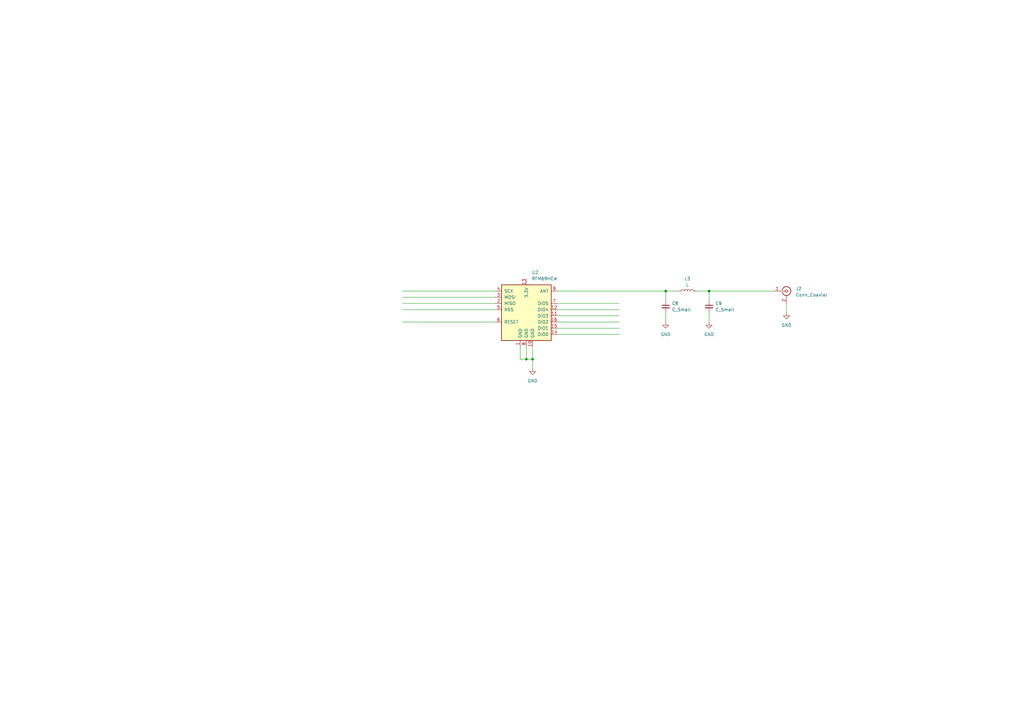
<source format=kicad_sch>
(kicad_sch
	(version 20231120)
	(generator "eeschema")
	(generator_version "8.0")
	(uuid "83f16e5a-244e-4131-82d6-5373311ea401")
	(paper "A3")
	(title_block
		(title "LoRa Meshtastic Radio")
		(rev "Proto")
		(company "BB Designs")
		(comment 1 "Brendan Bleker")
	)
	(lib_symbols
		(symbol "Connector:Conn_Coaxial"
			(pin_names
				(offset 1.016) hide)
			(exclude_from_sim no)
			(in_bom yes)
			(on_board yes)
			(property "Reference" "J"
				(at 0.254 3.048 0)
				(effects
					(font
						(size 1.27 1.27)
					)
				)
			)
			(property "Value" "Conn_Coaxial"
				(at 2.921 0 90)
				(effects
					(font
						(size 1.27 1.27)
					)
				)
			)
			(property "Footprint" ""
				(at 0 0 0)
				(effects
					(font
						(size 1.27 1.27)
					)
					(hide yes)
				)
			)
			(property "Datasheet" " ~"
				(at 0 0 0)
				(effects
					(font
						(size 1.27 1.27)
					)
					(hide yes)
				)
			)
			(property "Description" "coaxial connector (BNC, SMA, SMB, SMC, Cinch/RCA, LEMO, ...)"
				(at 0 0 0)
				(effects
					(font
						(size 1.27 1.27)
					)
					(hide yes)
				)
			)
			(property "ki_keywords" "BNC SMA SMB SMC LEMO coaxial connector CINCH RCA MCX MMCX U.FL UMRF"
				(at 0 0 0)
				(effects
					(font
						(size 1.27 1.27)
					)
					(hide yes)
				)
			)
			(property "ki_fp_filters" "*BNC* *SMA* *SMB* *SMC* *Cinch* *LEMO* *UMRF* *MCX* *U.FL*"
				(at 0 0 0)
				(effects
					(font
						(size 1.27 1.27)
					)
					(hide yes)
				)
			)
			(symbol "Conn_Coaxial_0_1"
				(arc
					(start -1.778 -0.508)
					(mid 0.2311 -1.8066)
					(end 1.778 0)
					(stroke
						(width 0.254)
						(type default)
					)
					(fill
						(type none)
					)
				)
				(polyline
					(pts
						(xy -2.54 0) (xy -0.508 0)
					)
					(stroke
						(width 0)
						(type default)
					)
					(fill
						(type none)
					)
				)
				(polyline
					(pts
						(xy 0 -2.54) (xy 0 -1.778)
					)
					(stroke
						(width 0)
						(type default)
					)
					(fill
						(type none)
					)
				)
				(circle
					(center 0 0)
					(radius 0.508)
					(stroke
						(width 0.2032)
						(type default)
					)
					(fill
						(type none)
					)
				)
				(arc
					(start 1.778 0)
					(mid 0.2099 1.8101)
					(end -1.778 0.508)
					(stroke
						(width 0.254)
						(type default)
					)
					(fill
						(type none)
					)
				)
			)
			(symbol "Conn_Coaxial_1_1"
				(pin passive line
					(at -5.08 0 0)
					(length 2.54)
					(name "In"
						(effects
							(font
								(size 1.27 1.27)
							)
						)
					)
					(number "1"
						(effects
							(font
								(size 1.27 1.27)
							)
						)
					)
				)
				(pin passive line
					(at 0 -5.08 90)
					(length 2.54)
					(name "Ext"
						(effects
							(font
								(size 1.27 1.27)
							)
						)
					)
					(number "2"
						(effects
							(font
								(size 1.27 1.27)
							)
						)
					)
				)
			)
		)
		(symbol "Device:C_Small"
			(pin_numbers hide)
			(pin_names
				(offset 0.254) hide)
			(exclude_from_sim no)
			(in_bom yes)
			(on_board yes)
			(property "Reference" "C"
				(at 0.254 1.778 0)
				(effects
					(font
						(size 1.27 1.27)
					)
					(justify left)
				)
			)
			(property "Value" "C_Small"
				(at 0.254 -2.032 0)
				(effects
					(font
						(size 1.27 1.27)
					)
					(justify left)
				)
			)
			(property "Footprint" ""
				(at 0 0 0)
				(effects
					(font
						(size 1.27 1.27)
					)
					(hide yes)
				)
			)
			(property "Datasheet" "~"
				(at 0 0 0)
				(effects
					(font
						(size 1.27 1.27)
					)
					(hide yes)
				)
			)
			(property "Description" "Unpolarized capacitor, small symbol"
				(at 0 0 0)
				(effects
					(font
						(size 1.27 1.27)
					)
					(hide yes)
				)
			)
			(property "ki_keywords" "capacitor cap"
				(at 0 0 0)
				(effects
					(font
						(size 1.27 1.27)
					)
					(hide yes)
				)
			)
			(property "ki_fp_filters" "C_*"
				(at 0 0 0)
				(effects
					(font
						(size 1.27 1.27)
					)
					(hide yes)
				)
			)
			(symbol "C_Small_0_1"
				(polyline
					(pts
						(xy -1.524 -0.508) (xy 1.524 -0.508)
					)
					(stroke
						(width 0.3302)
						(type default)
					)
					(fill
						(type none)
					)
				)
				(polyline
					(pts
						(xy -1.524 0.508) (xy 1.524 0.508)
					)
					(stroke
						(width 0.3048)
						(type default)
					)
					(fill
						(type none)
					)
				)
			)
			(symbol "C_Small_1_1"
				(pin passive line
					(at 0 2.54 270)
					(length 2.032)
					(name "~"
						(effects
							(font
								(size 1.27 1.27)
							)
						)
					)
					(number "1"
						(effects
							(font
								(size 1.27 1.27)
							)
						)
					)
				)
				(pin passive line
					(at 0 -2.54 90)
					(length 2.032)
					(name "~"
						(effects
							(font
								(size 1.27 1.27)
							)
						)
					)
					(number "2"
						(effects
							(font
								(size 1.27 1.27)
							)
						)
					)
				)
			)
		)
		(symbol "Device:L"
			(pin_numbers hide)
			(pin_names
				(offset 1.016) hide)
			(exclude_from_sim no)
			(in_bom yes)
			(on_board yes)
			(property "Reference" "L"
				(at -1.27 0 90)
				(effects
					(font
						(size 1.27 1.27)
					)
				)
			)
			(property "Value" "L"
				(at 1.905 0 90)
				(effects
					(font
						(size 1.27 1.27)
					)
				)
			)
			(property "Footprint" ""
				(at 0 0 0)
				(effects
					(font
						(size 1.27 1.27)
					)
					(hide yes)
				)
			)
			(property "Datasheet" "~"
				(at 0 0 0)
				(effects
					(font
						(size 1.27 1.27)
					)
					(hide yes)
				)
			)
			(property "Description" "Inductor"
				(at 0 0 0)
				(effects
					(font
						(size 1.27 1.27)
					)
					(hide yes)
				)
			)
			(property "ki_keywords" "inductor choke coil reactor magnetic"
				(at 0 0 0)
				(effects
					(font
						(size 1.27 1.27)
					)
					(hide yes)
				)
			)
			(property "ki_fp_filters" "Choke_* *Coil* Inductor_* L_*"
				(at 0 0 0)
				(effects
					(font
						(size 1.27 1.27)
					)
					(hide yes)
				)
			)
			(symbol "L_0_1"
				(arc
					(start 0 -2.54)
					(mid 0.6323 -1.905)
					(end 0 -1.27)
					(stroke
						(width 0)
						(type default)
					)
					(fill
						(type none)
					)
				)
				(arc
					(start 0 -1.27)
					(mid 0.6323 -0.635)
					(end 0 0)
					(stroke
						(width 0)
						(type default)
					)
					(fill
						(type none)
					)
				)
				(arc
					(start 0 0)
					(mid 0.6323 0.635)
					(end 0 1.27)
					(stroke
						(width 0)
						(type default)
					)
					(fill
						(type none)
					)
				)
				(arc
					(start 0 1.27)
					(mid 0.6323 1.905)
					(end 0 2.54)
					(stroke
						(width 0)
						(type default)
					)
					(fill
						(type none)
					)
				)
			)
			(symbol "L_1_1"
				(pin passive line
					(at 0 3.81 270)
					(length 1.27)
					(name "1"
						(effects
							(font
								(size 1.27 1.27)
							)
						)
					)
					(number "1"
						(effects
							(font
								(size 1.27 1.27)
							)
						)
					)
				)
				(pin passive line
					(at 0 -3.81 90)
					(length 1.27)
					(name "2"
						(effects
							(font
								(size 1.27 1.27)
							)
						)
					)
					(number "2"
						(effects
							(font
								(size 1.27 1.27)
							)
						)
					)
				)
			)
		)
		(symbol "RF_Module:RFM69HCW"
			(pin_names
				(offset 1.016)
			)
			(exclude_from_sim no)
			(in_bom yes)
			(on_board yes)
			(property "Reference" "U"
				(at -10.414 11.684 0)
				(effects
					(font
						(size 1.27 1.27)
					)
					(justify left)
				)
			)
			(property "Value" "RFM69HCW"
				(at 1.524 11.43 0)
				(effects
					(font
						(size 1.27 1.27)
					)
					(justify left)
				)
			)
			(property "Footprint" ""
				(at -83.82 41.91 0)
				(effects
					(font
						(size 1.27 1.27)
					)
					(hide yes)
				)
			)
			(property "Datasheet" "https://www.hoperf.com/data/upload/portal/20181127/5bfcb8284d838.pdf"
				(at -83.82 41.91 0)
				(effects
					(font
						(size 1.27 1.27)
					)
					(hide yes)
				)
			)
			(property "Description" "Low power ISM Radio Transceiver Module, SPI interface, AES encryption, 434 or 915 MHz, up to 100mW, up to 300 kb/s, SMD-16, DIP-16"
				(at 0 0 0)
				(effects
					(font
						(size 1.27 1.27)
					)
					(hide yes)
				)
			)
			(property "ki_keywords" "low power Radio ISM Transceiver Module AES encryption SPI HopeRF"
				(at 0 0 0)
				(effects
					(font
						(size 1.27 1.27)
					)
					(hide yes)
				)
			)
			(property "ki_fp_filters" "HOPERF*RFM9XW*"
				(at 0 0 0)
				(effects
					(font
						(size 1.27 1.27)
					)
					(hide yes)
				)
			)
			(symbol "RFM69HCW_0_1"
				(rectangle
					(start -10.16 10.16)
					(end 10.16 -12.7)
					(stroke
						(width 0.254)
						(type default)
					)
					(fill
						(type background)
					)
				)
			)
			(symbol "RFM69HCW_1_1"
				(pin power_in line
					(at -2.54 -15.24 90)
					(length 2.54)
					(name "GND"
						(effects
							(font
								(size 1.27 1.27)
							)
						)
					)
					(number "1"
						(effects
							(font
								(size 1.27 1.27)
							)
						)
					)
				)
				(pin power_in line
					(at 2.54 -15.24 90)
					(length 2.54)
					(name "GND"
						(effects
							(font
								(size 1.27 1.27)
							)
						)
					)
					(number "10"
						(effects
							(font
								(size 1.27 1.27)
							)
						)
					)
				)
				(pin bidirectional line
					(at 12.7 -2.54 180)
					(length 2.54)
					(name "DIO3"
						(effects
							(font
								(size 1.27 1.27)
							)
						)
					)
					(number "11"
						(effects
							(font
								(size 1.27 1.27)
							)
						)
					)
				)
				(pin bidirectional line
					(at 12.7 0 180)
					(length 2.54)
					(name "DIO4"
						(effects
							(font
								(size 1.27 1.27)
							)
						)
					)
					(number "12"
						(effects
							(font
								(size 1.27 1.27)
							)
						)
					)
				)
				(pin power_in line
					(at 0 12.7 270)
					(length 2.54)
					(name "3.3V"
						(effects
							(font
								(size 1.27 1.27)
							)
						)
					)
					(number "13"
						(effects
							(font
								(size 1.27 1.27)
							)
						)
					)
				)
				(pin bidirectional line
					(at 12.7 -10.16 180)
					(length 2.54)
					(name "DIO0"
						(effects
							(font
								(size 1.27 1.27)
							)
						)
					)
					(number "14"
						(effects
							(font
								(size 1.27 1.27)
							)
						)
					)
				)
				(pin bidirectional line
					(at 12.7 -7.62 180)
					(length 2.54)
					(name "DIO1"
						(effects
							(font
								(size 1.27 1.27)
							)
						)
					)
					(number "15"
						(effects
							(font
								(size 1.27 1.27)
							)
						)
					)
				)
				(pin bidirectional line
					(at 12.7 -5.08 180)
					(length 2.54)
					(name "DIO2"
						(effects
							(font
								(size 1.27 1.27)
							)
						)
					)
					(number "16"
						(effects
							(font
								(size 1.27 1.27)
							)
						)
					)
				)
				(pin output line
					(at -12.7 2.54 0)
					(length 2.54)
					(name "MISO"
						(effects
							(font
								(size 1.27 1.27)
							)
						)
					)
					(number "2"
						(effects
							(font
								(size 1.27 1.27)
							)
						)
					)
				)
				(pin input line
					(at -12.7 5.08 0)
					(length 2.54)
					(name "MOSI"
						(effects
							(font
								(size 1.27 1.27)
							)
						)
					)
					(number "3"
						(effects
							(font
								(size 1.27 1.27)
							)
						)
					)
				)
				(pin input line
					(at -12.7 7.62 0)
					(length 2.54)
					(name "SCK"
						(effects
							(font
								(size 1.27 1.27)
							)
						)
					)
					(number "4"
						(effects
							(font
								(size 1.27 1.27)
							)
						)
					)
				)
				(pin input line
					(at -12.7 0 0)
					(length 2.54)
					(name "NSS"
						(effects
							(font
								(size 1.27 1.27)
							)
						)
					)
					(number "5"
						(effects
							(font
								(size 1.27 1.27)
							)
						)
					)
				)
				(pin bidirectional line
					(at -12.7 -5.08 0)
					(length 2.54)
					(name "RESET"
						(effects
							(font
								(size 1.27 1.27)
							)
						)
					)
					(number "6"
						(effects
							(font
								(size 1.27 1.27)
							)
						)
					)
				)
				(pin bidirectional line
					(at 12.7 2.54 180)
					(length 2.54)
					(name "DIO5"
						(effects
							(font
								(size 1.27 1.27)
							)
						)
					)
					(number "7"
						(effects
							(font
								(size 1.27 1.27)
							)
						)
					)
				)
				(pin power_in line
					(at 0 -15.24 90)
					(length 2.54)
					(name "GND"
						(effects
							(font
								(size 1.27 1.27)
							)
						)
					)
					(number "8"
						(effects
							(font
								(size 1.27 1.27)
							)
						)
					)
				)
				(pin bidirectional line
					(at 12.7 7.62 180)
					(length 2.54)
					(name "ANT"
						(effects
							(font
								(size 1.27 1.27)
							)
						)
					)
					(number "9"
						(effects
							(font
								(size 1.27 1.27)
							)
						)
					)
				)
			)
		)
		(symbol "power:GND"
			(power)
			(pin_numbers hide)
			(pin_names
				(offset 0) hide)
			(exclude_from_sim no)
			(in_bom yes)
			(on_board yes)
			(property "Reference" "#PWR"
				(at 0 -6.35 0)
				(effects
					(font
						(size 1.27 1.27)
					)
					(hide yes)
				)
			)
			(property "Value" "GND"
				(at 0 -3.81 0)
				(effects
					(font
						(size 1.27 1.27)
					)
				)
			)
			(property "Footprint" ""
				(at 0 0 0)
				(effects
					(font
						(size 1.27 1.27)
					)
					(hide yes)
				)
			)
			(property "Datasheet" ""
				(at 0 0 0)
				(effects
					(font
						(size 1.27 1.27)
					)
					(hide yes)
				)
			)
			(property "Description" "Power symbol creates a global label with name \"GND\" , ground"
				(at 0 0 0)
				(effects
					(font
						(size 1.27 1.27)
					)
					(hide yes)
				)
			)
			(property "ki_keywords" "global power"
				(at 0 0 0)
				(effects
					(font
						(size 1.27 1.27)
					)
					(hide yes)
				)
			)
			(symbol "GND_0_1"
				(polyline
					(pts
						(xy 0 0) (xy 0 -1.27) (xy 1.27 -1.27) (xy 0 -2.54) (xy -1.27 -1.27) (xy 0 -1.27)
					)
					(stroke
						(width 0)
						(type default)
					)
					(fill
						(type none)
					)
				)
			)
			(symbol "GND_1_1"
				(pin power_in line
					(at 0 0 270)
					(length 0)
					(name "~"
						(effects
							(font
								(size 1.27 1.27)
							)
						)
					)
					(number "1"
						(effects
							(font
								(size 1.27 1.27)
							)
						)
					)
				)
			)
		)
	)
	(junction
		(at 273.05 119.38)
		(diameter 0)
		(color 0 0 0 0)
		(uuid "13265095-234f-4795-b824-a616fa7b762c")
	)
	(junction
		(at 290.83 119.38)
		(diameter 0)
		(color 0 0 0 0)
		(uuid "5639e3d3-1ea0-4265-b488-25cbc9fe7531")
	)
	(junction
		(at 218.44 147.32)
		(diameter 0)
		(color 0 0 0 0)
		(uuid "bccf4fb4-383e-4bbd-b6ac-cbe37a0170ae")
	)
	(junction
		(at 215.9 147.32)
		(diameter 0)
		(color 0 0 0 0)
		(uuid "f49c754c-6c05-478a-a629-50aa5fdc4cbb")
	)
	(wire
		(pts
			(xy 273.05 119.38) (xy 278.13 119.38)
		)
		(stroke
			(width 0)
			(type default)
		)
		(uuid "009a72f5-6539-44ae-880b-b89ecb6864cb")
	)
	(wire
		(pts
			(xy 203.2 121.92) (xy 165.1 121.92)
		)
		(stroke
			(width 0)
			(type default)
		)
		(uuid "03bf5507-18f8-4f2d-a433-66fef43dacbb")
	)
	(wire
		(pts
			(xy 228.6 137.16) (xy 254 137.16)
		)
		(stroke
			(width 0)
			(type default)
		)
		(uuid "03eae2b7-6ba6-4bcd-b12b-45f20550b5a5")
	)
	(wire
		(pts
			(xy 203.2 119.38) (xy 165.1 119.38)
		)
		(stroke
			(width 0)
			(type default)
		)
		(uuid "05799d84-61dd-47ec-a353-c0899e4f2137")
	)
	(wire
		(pts
			(xy 228.6 127) (xy 254 127)
		)
		(stroke
			(width 0)
			(type default)
		)
		(uuid "145ef1e3-78af-4c29-bcf9-be4bad744c5f")
	)
	(wire
		(pts
			(xy 218.44 147.32) (xy 218.44 151.13)
		)
		(stroke
			(width 0)
			(type default)
		)
		(uuid "15cfc1bf-94f6-4516-87d8-79aaf169578f")
	)
	(wire
		(pts
			(xy 218.44 142.24) (xy 218.44 147.32)
		)
		(stroke
			(width 0)
			(type default)
		)
		(uuid "570d777f-d725-4e6d-8d13-b0171ed8e74d")
	)
	(wire
		(pts
			(xy 285.75 119.38) (xy 290.83 119.38)
		)
		(stroke
			(width 0)
			(type default)
		)
		(uuid "5794f1a8-b4fe-4f8a-8fa6-267ced34c425")
	)
	(wire
		(pts
			(xy 228.6 119.38) (xy 273.05 119.38)
		)
		(stroke
			(width 0)
			(type default)
		)
		(uuid "5a3886db-7f11-48d1-9178-a964cb32d0e1")
	)
	(wire
		(pts
			(xy 228.6 124.46) (xy 254 124.46)
		)
		(stroke
			(width 0)
			(type default)
		)
		(uuid "6194a6b8-923a-4b5e-97c1-a8f7f008c544")
	)
	(wire
		(pts
			(xy 213.36 142.24) (xy 213.36 147.32)
		)
		(stroke
			(width 0)
			(type default)
		)
		(uuid "69e5252e-8b03-41d9-83c7-59fc9ec79cf3")
	)
	(wire
		(pts
			(xy 322.58 124.46) (xy 322.58 128.27)
		)
		(stroke
			(width 0)
			(type default)
		)
		(uuid "6a98875c-51c5-4b0b-b57b-2c7b1df51a2a")
	)
	(wire
		(pts
			(xy 273.05 128.27) (xy 273.05 132.08)
		)
		(stroke
			(width 0)
			(type default)
		)
		(uuid "8807432e-d411-4912-bbc4-082a1430ea75")
	)
	(wire
		(pts
			(xy 290.83 119.38) (xy 290.83 123.19)
		)
		(stroke
			(width 0)
			(type default)
		)
		(uuid "95a07ccb-a4c3-4498-9054-1736b543d347")
	)
	(wire
		(pts
			(xy 215.9 142.24) (xy 215.9 147.32)
		)
		(stroke
			(width 0)
			(type default)
		)
		(uuid "99ee6d85-9d2e-4025-8ba5-8bdd6c878f83")
	)
	(wire
		(pts
			(xy 290.83 119.38) (xy 317.5 119.38)
		)
		(stroke
			(width 0)
			(type default)
		)
		(uuid "a9eab089-e7c3-4a69-a01f-592b4b1eb08a")
	)
	(wire
		(pts
			(xy 215.9 147.32) (xy 218.44 147.32)
		)
		(stroke
			(width 0)
			(type default)
		)
		(uuid "b1e099a5-8423-40b8-b9b5-8baafccd7888")
	)
	(wire
		(pts
			(xy 203.2 127) (xy 165.1 127)
		)
		(stroke
			(width 0)
			(type default)
		)
		(uuid "bc089716-9607-48b5-9cf4-b56de4499e57")
	)
	(wire
		(pts
			(xy 228.6 129.54) (xy 254 129.54)
		)
		(stroke
			(width 0)
			(type default)
		)
		(uuid "d4852ed8-d4bb-4ab7-aec6-0ca2cd19b99e")
	)
	(wire
		(pts
			(xy 203.2 124.46) (xy 165.1 124.46)
		)
		(stroke
			(width 0)
			(type default)
		)
		(uuid "eb68d989-2231-4eb5-81fc-165f48865819")
	)
	(wire
		(pts
			(xy 228.6 132.08) (xy 254 132.08)
		)
		(stroke
			(width 0)
			(type default)
		)
		(uuid "f473122d-406e-4b72-82b7-8b3d198556d0")
	)
	(wire
		(pts
			(xy 213.36 147.32) (xy 215.9 147.32)
		)
		(stroke
			(width 0)
			(type default)
		)
		(uuid "f6c47b89-85f7-404d-afa0-ec077c434865")
	)
	(wire
		(pts
			(xy 273.05 123.19) (xy 273.05 119.38)
		)
		(stroke
			(width 0)
			(type default)
		)
		(uuid "f79bb303-1cfc-4baa-99e0-96682ddc8eec")
	)
	(wire
		(pts
			(xy 290.83 128.27) (xy 290.83 132.08)
		)
		(stroke
			(width 0)
			(type default)
		)
		(uuid "f8ad2623-483a-4204-b18e-566e0d014411")
	)
	(wire
		(pts
			(xy 165.1 132.08) (xy 203.2 132.08)
		)
		(stroke
			(width 0)
			(type default)
		)
		(uuid "fc791f30-8399-4fdb-8e0b-883ec53f3275")
	)
	(wire
		(pts
			(xy 228.6 134.62) (xy 254 134.62)
		)
		(stroke
			(width 0)
			(type default)
		)
		(uuid "ff9c5d17-ad89-4ed4-a8fa-de3382c65461")
	)
	(symbol
		(lib_id "power:GND")
		(at 322.58 128.27 0)
		(unit 1)
		(exclude_from_sim no)
		(in_bom yes)
		(on_board yes)
		(dnp no)
		(fields_autoplaced yes)
		(uuid "000b0f6b-9847-4602-86ea-9b42139ac717")
		(property "Reference" "#PWR014"
			(at 322.58 134.62 0)
			(effects
				(font
					(size 1.27 1.27)
				)
				(hide yes)
			)
		)
		(property "Value" "GND"
			(at 322.58 133.35 0)
			(effects
				(font
					(size 1.27 1.27)
				)
			)
		)
		(property "Footprint" ""
			(at 322.58 128.27 0)
			(effects
				(font
					(size 1.27 1.27)
				)
				(hide yes)
			)
		)
		(property "Datasheet" ""
			(at 322.58 128.27 0)
			(effects
				(font
					(size 1.27 1.27)
				)
				(hide yes)
			)
		)
		(property "Description" "Power symbol creates a global label with name \"GND\" , ground"
			(at 322.58 128.27 0)
			(effects
				(font
					(size 1.27 1.27)
				)
				(hide yes)
			)
		)
		(pin "1"
			(uuid "dcf2e686-4d77-4277-921b-2023bccad87b")
		)
		(instances
			(project "LoRA-Meshtastic"
				(path "/fff85bc4-e8ec-4b5d-b2e2-83ecb397a864/58c3d426-d3ca-4263-a439-0e9101a026f3"
					(reference "#PWR014")
					(unit 1)
				)
			)
		)
	)
	(symbol
		(lib_id "power:GND")
		(at 273.05 132.08 0)
		(unit 1)
		(exclude_from_sim no)
		(in_bom yes)
		(on_board yes)
		(dnp no)
		(fields_autoplaced yes)
		(uuid "6219ac69-d27b-4985-88f4-3da6927e69bf")
		(property "Reference" "#PWR013"
			(at 273.05 138.43 0)
			(effects
				(font
					(size 1.27 1.27)
				)
				(hide yes)
			)
		)
		(property "Value" "GND"
			(at 273.05 137.16 0)
			(effects
				(font
					(size 1.27 1.27)
				)
			)
		)
		(property "Footprint" ""
			(at 273.05 132.08 0)
			(effects
				(font
					(size 1.27 1.27)
				)
				(hide yes)
			)
		)
		(property "Datasheet" ""
			(at 273.05 132.08 0)
			(effects
				(font
					(size 1.27 1.27)
				)
				(hide yes)
			)
		)
		(property "Description" "Power symbol creates a global label with name \"GND\" , ground"
			(at 273.05 132.08 0)
			(effects
				(font
					(size 1.27 1.27)
				)
				(hide yes)
			)
		)
		(pin "1"
			(uuid "e9bae3ab-6cc4-4c20-8767-beb451972256")
		)
		(instances
			(project "LoRA-Meshtastic"
				(path "/fff85bc4-e8ec-4b5d-b2e2-83ecb397a864/58c3d426-d3ca-4263-a439-0e9101a026f3"
					(reference "#PWR013")
					(unit 1)
				)
			)
		)
	)
	(symbol
		(lib_id "power:GND")
		(at 290.83 132.08 0)
		(unit 1)
		(exclude_from_sim no)
		(in_bom yes)
		(on_board yes)
		(dnp no)
		(fields_autoplaced yes)
		(uuid "6977b748-14b2-406b-a918-2c1713abfc1f")
		(property "Reference" "#PWR012"
			(at 290.83 138.43 0)
			(effects
				(font
					(size 1.27 1.27)
				)
				(hide yes)
			)
		)
		(property "Value" "GND"
			(at 290.83 137.16 0)
			(effects
				(font
					(size 1.27 1.27)
				)
			)
		)
		(property "Footprint" ""
			(at 290.83 132.08 0)
			(effects
				(font
					(size 1.27 1.27)
				)
				(hide yes)
			)
		)
		(property "Datasheet" ""
			(at 290.83 132.08 0)
			(effects
				(font
					(size 1.27 1.27)
				)
				(hide yes)
			)
		)
		(property "Description" "Power symbol creates a global label with name \"GND\" , ground"
			(at 290.83 132.08 0)
			(effects
				(font
					(size 1.27 1.27)
				)
				(hide yes)
			)
		)
		(pin "1"
			(uuid "78eecfd7-3a43-42e1-add0-1045156c4b9b")
		)
		(instances
			(project "LoRA-Meshtastic"
				(path "/fff85bc4-e8ec-4b5d-b2e2-83ecb397a864/58c3d426-d3ca-4263-a439-0e9101a026f3"
					(reference "#PWR012")
					(unit 1)
				)
			)
		)
	)
	(symbol
		(lib_id "Connector:Conn_Coaxial")
		(at 322.58 119.38 0)
		(unit 1)
		(exclude_from_sim no)
		(in_bom yes)
		(on_board yes)
		(dnp no)
		(fields_autoplaced yes)
		(uuid "8d1c48e2-df08-43ef-933d-d244219b953d")
		(property "Reference" "J2"
			(at 326.39 118.4031 0)
			(effects
				(font
					(size 1.27 1.27)
				)
				(justify left)
			)
		)
		(property "Value" "Conn_Coaxial"
			(at 326.39 120.9431 0)
			(effects
				(font
					(size 1.27 1.27)
				)
				(justify left)
			)
		)
		(property "Footprint" ""
			(at 322.58 119.38 0)
			(effects
				(font
					(size 1.27 1.27)
				)
				(hide yes)
			)
		)
		(property "Datasheet" " ~"
			(at 322.58 119.38 0)
			(effects
				(font
					(size 1.27 1.27)
				)
				(hide yes)
			)
		)
		(property "Description" "coaxial connector (BNC, SMA, SMB, SMC, Cinch/RCA, LEMO, ...)"
			(at 322.58 119.38 0)
			(effects
				(font
					(size 1.27 1.27)
				)
				(hide yes)
			)
		)
		(pin "2"
			(uuid "00cb01b2-a769-4f50-b6fa-cb7b61c543fa")
		)
		(pin "1"
			(uuid "5cbc2795-4a1b-44ee-beec-6b0474ef6751")
		)
		(instances
			(project "LoRA-Meshtastic"
				(path "/fff85bc4-e8ec-4b5d-b2e2-83ecb397a864/58c3d426-d3ca-4263-a439-0e9101a026f3"
					(reference "J2")
					(unit 1)
				)
			)
		)
	)
	(symbol
		(lib_id "power:GND")
		(at 218.44 151.13 0)
		(unit 1)
		(exclude_from_sim no)
		(in_bom yes)
		(on_board yes)
		(dnp no)
		(fields_autoplaced yes)
		(uuid "ba94633f-5ad5-42a4-9e1a-b4d058846bc2")
		(property "Reference" "#PWR015"
			(at 218.44 157.48 0)
			(effects
				(font
					(size 1.27 1.27)
				)
				(hide yes)
			)
		)
		(property "Value" "GND"
			(at 218.44 156.21 0)
			(effects
				(font
					(size 1.27 1.27)
				)
			)
		)
		(property "Footprint" ""
			(at 218.44 151.13 0)
			(effects
				(font
					(size 1.27 1.27)
				)
				(hide yes)
			)
		)
		(property "Datasheet" ""
			(at 218.44 151.13 0)
			(effects
				(font
					(size 1.27 1.27)
				)
				(hide yes)
			)
		)
		(property "Description" "Power symbol creates a global label with name \"GND\" , ground"
			(at 218.44 151.13 0)
			(effects
				(font
					(size 1.27 1.27)
				)
				(hide yes)
			)
		)
		(pin "1"
			(uuid "2dae0a11-657b-4d9b-b788-f9c1c9e90c38")
		)
		(instances
			(project "LoRA-Meshtastic"
				(path "/fff85bc4-e8ec-4b5d-b2e2-83ecb397a864/58c3d426-d3ca-4263-a439-0e9101a026f3"
					(reference "#PWR015")
					(unit 1)
				)
			)
		)
	)
	(symbol
		(lib_id "Device:C_Small")
		(at 290.83 125.73 0)
		(unit 1)
		(exclude_from_sim no)
		(in_bom yes)
		(on_board yes)
		(dnp no)
		(fields_autoplaced yes)
		(uuid "c2feef8a-076f-424f-ad14-5128ba84249d")
		(property "Reference" "C9"
			(at 293.37 124.4662 0)
			(effects
				(font
					(size 1.27 1.27)
				)
				(justify left)
			)
		)
		(property "Value" "C_Small"
			(at 293.37 127.0062 0)
			(effects
				(font
					(size 1.27 1.27)
				)
				(justify left)
			)
		)
		(property "Footprint" ""
			(at 290.83 125.73 0)
			(effects
				(font
					(size 1.27 1.27)
				)
				(hide yes)
			)
		)
		(property "Datasheet" "~"
			(at 290.83 125.73 0)
			(effects
				(font
					(size 1.27 1.27)
				)
				(hide yes)
			)
		)
		(property "Description" "Unpolarized capacitor, small symbol"
			(at 290.83 125.73 0)
			(effects
				(font
					(size 1.27 1.27)
				)
				(hide yes)
			)
		)
		(pin "1"
			(uuid "00ce59c2-46f5-4f00-b5ea-06da180fc255")
		)
		(pin "2"
			(uuid "000bb75f-5f96-42d7-9b45-08d138e20051")
		)
		(instances
			(project "LoRA-Meshtastic"
				(path "/fff85bc4-e8ec-4b5d-b2e2-83ecb397a864/58c3d426-d3ca-4263-a439-0e9101a026f3"
					(reference "C9")
					(unit 1)
				)
			)
		)
	)
	(symbol
		(lib_id "Device:L")
		(at 281.94 119.38 90)
		(unit 1)
		(exclude_from_sim no)
		(in_bom yes)
		(on_board yes)
		(dnp no)
		(fields_autoplaced yes)
		(uuid "c73a8a17-1687-452e-a858-b4e52d08ab1a")
		(property "Reference" "L3"
			(at 281.94 114.3 90)
			(effects
				(font
					(size 1.27 1.27)
				)
			)
		)
		(property "Value" "L"
			(at 281.94 116.84 90)
			(effects
				(font
					(size 1.27 1.27)
				)
			)
		)
		(property "Footprint" ""
			(at 281.94 119.38 0)
			(effects
				(font
					(size 1.27 1.27)
				)
				(hide yes)
			)
		)
		(property "Datasheet" "~"
			(at 281.94 119.38 0)
			(effects
				(font
					(size 1.27 1.27)
				)
				(hide yes)
			)
		)
		(property "Description" "Inductor"
			(at 281.94 119.38 0)
			(effects
				(font
					(size 1.27 1.27)
				)
				(hide yes)
			)
		)
		(pin "2"
			(uuid "17524164-c7dc-4a85-83b5-4624e7f98fde")
		)
		(pin "1"
			(uuid "fea212c6-bf3a-418f-bf92-33b5cc361e13")
		)
		(instances
			(project "LoRA-Meshtastic"
				(path "/fff85bc4-e8ec-4b5d-b2e2-83ecb397a864/58c3d426-d3ca-4263-a439-0e9101a026f3"
					(reference "L3")
					(unit 1)
				)
			)
		)
	)
	(symbol
		(lib_id "RF_Module:RFM69HCW")
		(at 215.9 127 0)
		(unit 1)
		(exclude_from_sim no)
		(in_bom yes)
		(on_board yes)
		(dnp no)
		(fields_autoplaced yes)
		(uuid "cfc3f218-df26-4ae4-8e79-970457946d42")
		(property "Reference" "U2"
			(at 218.0941 111.76 0)
			(effects
				(font
					(size 1.27 1.27)
				)
				(justify left)
			)
		)
		(property "Value" "RFM69HCW"
			(at 218.0941 114.3 0)
			(effects
				(font
					(size 1.27 1.27)
				)
				(justify left)
			)
		)
		(property "Footprint" "RF_Module:HOPERF_RFM9XW_SMD"
			(at 132.08 85.09 0)
			(effects
				(font
					(size 1.27 1.27)
				)
				(hide yes)
			)
		)
		(property "Datasheet" "https://www.hoperf.com/data/upload/portal/20181127/5bfcb8284d838.pdf"
			(at 132.08 85.09 0)
			(effects
				(font
					(size 1.27 1.27)
				)
				(hide yes)
			)
		)
		(property "Description" "Low power ISM Radio Transceiver Module, SPI interface, AES encryption, 434 or 915 MHz, up to 100mW, up to 300 kb/s, SMD-16, DIP-16"
			(at 215.9 127 0)
			(effects
				(font
					(size 1.27 1.27)
				)
				(hide yes)
			)
		)
		(pin "7"
			(uuid "a91c5a77-1990-4a3b-a87f-37f2fd3bbf6c")
		)
		(pin "6"
			(uuid "408cb296-ee6b-4dd2-95a5-9613b3aeb4f4")
		)
		(pin "8"
			(uuid "0cad11e4-b17e-492a-96e2-2fabd2b7f058")
		)
		(pin "11"
			(uuid "a75577fd-b6f2-4f15-96c1-50db2912c961")
		)
		(pin "3"
			(uuid "ec0f5311-f4b6-47d0-b41d-12fbc1fecfb6")
		)
		(pin "5"
			(uuid "d0321a2e-df3e-4689-9465-0409d51e6922")
		)
		(pin "12"
			(uuid "640d20ed-8af2-4601-a06c-79edc7d4511c")
		)
		(pin "14"
			(uuid "29f7397a-4654-4dc5-87fc-ca0004b43538")
		)
		(pin "9"
			(uuid "0f5f42f8-623b-43cb-a64a-1765b3174ccf")
		)
		(pin "13"
			(uuid "34ba4712-95f3-4ed6-8a76-3b577a4c88fa")
		)
		(pin "2"
			(uuid "fa99ef9f-baa3-435b-87dd-c3a8132b797c")
		)
		(pin "10"
			(uuid "7d1dceb3-7955-4ece-a00a-4e1619331fb0")
		)
		(pin "15"
			(uuid "1a6652d0-b164-46ba-809e-89ba80ac6c01")
		)
		(pin "16"
			(uuid "802d6a57-7722-4da4-99a2-33873b9ca9e1")
		)
		(pin "4"
			(uuid "19b876be-230d-4276-a428-b1c26505b3c4")
		)
		(pin "1"
			(uuid "4b2a279c-4d41-4d3a-88d3-9bd30eaff540")
		)
		(instances
			(project "LoRA-Meshtastic"
				(path "/fff85bc4-e8ec-4b5d-b2e2-83ecb397a864/58c3d426-d3ca-4263-a439-0e9101a026f3"
					(reference "U2")
					(unit 1)
				)
			)
		)
	)
	(symbol
		(lib_id "Device:C_Small")
		(at 273.05 125.73 0)
		(unit 1)
		(exclude_from_sim no)
		(in_bom yes)
		(on_board yes)
		(dnp no)
		(fields_autoplaced yes)
		(uuid "e0fc277b-ce5b-4950-97aa-d24757def843")
		(property "Reference" "C8"
			(at 275.59 124.4662 0)
			(effects
				(font
					(size 1.27 1.27)
				)
				(justify left)
			)
		)
		(property "Value" "C_Small"
			(at 275.59 127.0062 0)
			(effects
				(font
					(size 1.27 1.27)
				)
				(justify left)
			)
		)
		(property "Footprint" ""
			(at 273.05 125.73 0)
			(effects
				(font
					(size 1.27 1.27)
				)
				(hide yes)
			)
		)
		(property "Datasheet" "~"
			(at 273.05 125.73 0)
			(effects
				(font
					(size 1.27 1.27)
				)
				(hide yes)
			)
		)
		(property "Description" "Unpolarized capacitor, small symbol"
			(at 273.05 125.73 0)
			(effects
				(font
					(size 1.27 1.27)
				)
				(hide yes)
			)
		)
		(pin "1"
			(uuid "00ce59c2-46f5-4f00-b5ea-06da180fc255")
		)
		(pin "2"
			(uuid "000bb75f-5f96-42d7-9b45-08d138e20051")
		)
		(instances
			(project "LoRA-Meshtastic"
				(path "/fff85bc4-e8ec-4b5d-b2e2-83ecb397a864/58c3d426-d3ca-4263-a439-0e9101a026f3"
					(reference "C8")
					(unit 1)
				)
			)
		)
	)
)
</source>
